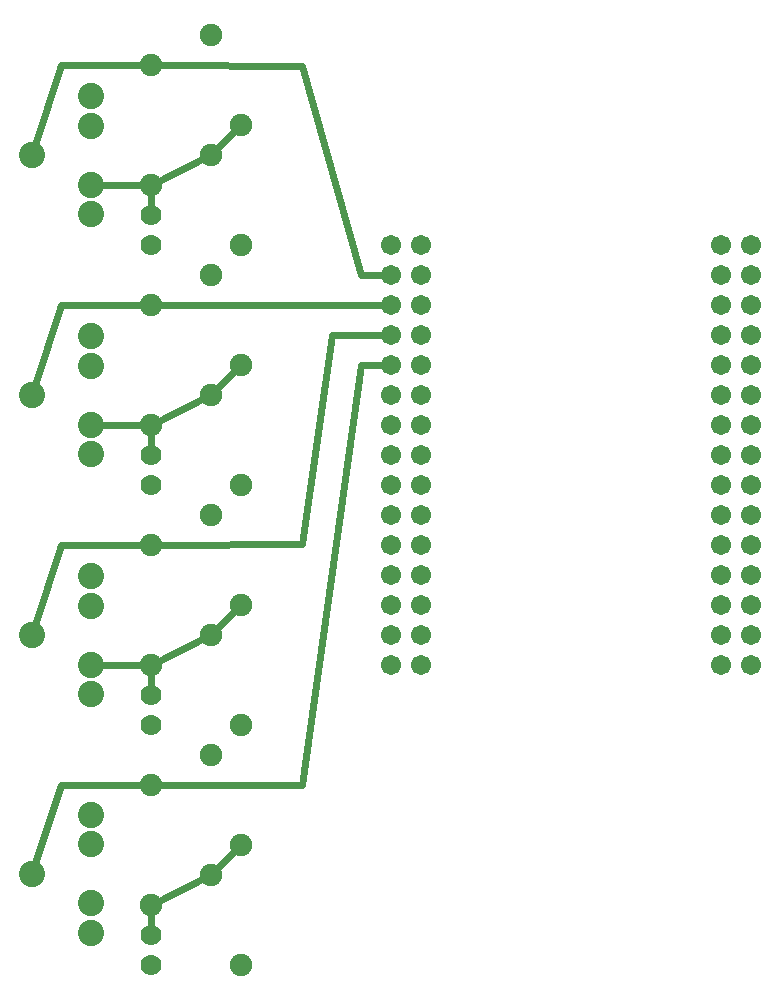
<source format=gbl>
G04 MADE WITH FRITZING*
G04 WWW.FRITZING.ORG*
G04 DOUBLE SIDED*
G04 HOLES PLATED*
G04 CONTOUR ON CENTER OF CONTOUR VECTOR*
%ASAXBY*%
%FSLAX23Y23*%
%MOIN*%
%OFA0B0*%
%SFA1.0B1.0*%
%ADD10C,0.087695*%
%ADD11C,0.087722*%
%ADD12C,0.070000*%
%ADD13C,0.075000*%
%ADD14C,0.067559*%
%ADD15C,0.024000*%
%LNCOPPER0*%
G90*
G70*
G54D10*
X337Y2014D03*
G54D11*
X534Y2211D03*
X534Y2112D03*
G54D10*
X534Y1915D03*
G54D11*
X534Y1817D03*
G54D10*
X337Y1214D03*
G54D11*
X534Y1411D03*
X534Y1312D03*
G54D10*
X534Y1115D03*
G54D11*
X534Y1017D03*
G54D10*
X337Y2814D03*
G54D11*
X534Y3011D03*
X534Y2912D03*
G54D10*
X534Y2715D03*
G54D11*
X534Y2617D03*
G54D12*
X734Y1715D03*
X734Y1815D03*
X734Y915D03*
X734Y1015D03*
X734Y2515D03*
X734Y2615D03*
G54D13*
X734Y2315D03*
X734Y1915D03*
X734Y1515D03*
X734Y1115D03*
X734Y3115D03*
X734Y2715D03*
X934Y2415D03*
X934Y2015D03*
X934Y1615D03*
X934Y1215D03*
X934Y3215D03*
X934Y2815D03*
X1034Y1715D03*
X1034Y2115D03*
X1034Y915D03*
X1034Y1315D03*
X1034Y2515D03*
X1034Y2915D03*
G54D14*
X2634Y2515D03*
X2634Y2415D03*
X2634Y2315D03*
X2634Y2215D03*
X2634Y2115D03*
X2634Y2015D03*
X2634Y1915D03*
X2634Y1815D03*
X2634Y1715D03*
X2634Y1615D03*
X2634Y1515D03*
X2634Y1415D03*
X2634Y1315D03*
X2634Y1215D03*
X2634Y1115D03*
X1634Y2515D03*
X1634Y2415D03*
X1634Y2315D03*
X1634Y2215D03*
X1634Y2115D03*
X1634Y2015D03*
X1634Y1915D03*
X1634Y1815D03*
X1634Y1715D03*
X1634Y1615D03*
X1634Y1515D03*
X1634Y1415D03*
X1634Y1315D03*
X1634Y1215D03*
X1634Y1115D03*
X2734Y2515D03*
X2734Y2415D03*
X2734Y2315D03*
X2734Y2215D03*
X2734Y2115D03*
X2734Y2015D03*
X2734Y1915D03*
X2734Y1815D03*
X2734Y1715D03*
X2734Y1615D03*
X2734Y1515D03*
X2734Y1415D03*
X2734Y1315D03*
X2734Y1215D03*
X2734Y1115D03*
X1534Y2515D03*
X1534Y2415D03*
X1534Y2315D03*
X1534Y2215D03*
X1534Y2115D03*
X1534Y2015D03*
X1534Y1915D03*
X1534Y1815D03*
X1534Y1715D03*
X1534Y1615D03*
X1534Y1515D03*
X1534Y1415D03*
X1534Y1315D03*
X1534Y1215D03*
X1534Y1115D03*
G54D10*
X337Y419D03*
G54D11*
X534Y615D03*
X534Y517D03*
G54D10*
X534Y320D03*
G54D11*
X534Y222D03*
G54D13*
X734Y715D03*
X734Y315D03*
G54D12*
X734Y115D03*
X734Y215D03*
G54D13*
X934Y815D03*
X934Y415D03*
X1034Y115D03*
X1034Y515D03*
G54D15*
X1520Y2315D02*
X751Y2315D01*
D02*
X1337Y2216D02*
X1237Y1519D01*
D02*
X1237Y1519D02*
X751Y1515D01*
D02*
X1520Y2215D02*
X1337Y2216D01*
D02*
X1536Y2116D02*
X1546Y2121D01*
D02*
X1436Y2116D02*
X1536Y2116D01*
D02*
X1237Y715D02*
X1436Y2116D01*
D02*
X751Y715D02*
X1237Y715D01*
D02*
X1436Y2415D02*
X1237Y3112D01*
D02*
X1237Y3112D02*
X751Y3115D01*
D02*
X1520Y2415D02*
X1436Y2415D01*
D02*
X716Y2715D02*
X560Y2715D01*
D02*
X918Y2808D02*
X749Y2723D01*
D02*
X946Y428D02*
X1021Y503D01*
D02*
X946Y1228D02*
X1021Y1303D01*
D02*
X946Y2028D02*
X1021Y2103D01*
D02*
X946Y2828D02*
X1021Y2903D01*
D02*
X716Y1915D02*
X560Y1915D01*
D02*
X734Y1898D02*
X734Y1830D01*
D02*
X918Y2008D02*
X749Y1923D01*
D02*
X734Y2698D02*
X734Y2630D01*
D02*
X345Y2839D02*
X434Y3115D01*
D02*
X434Y3115D02*
X716Y3115D01*
D02*
X434Y2316D02*
X345Y2039D01*
D02*
X716Y2315D02*
X434Y2316D01*
D02*
X434Y1515D02*
X345Y1239D01*
D02*
X716Y1515D02*
X434Y1515D01*
D02*
X716Y1115D02*
X560Y1115D01*
D02*
X734Y1030D02*
X734Y1098D01*
D02*
X918Y1208D02*
X749Y1123D01*
D02*
X716Y715D02*
X434Y715D01*
D02*
X434Y715D02*
X345Y444D01*
D02*
X734Y298D02*
X734Y230D01*
D02*
X749Y323D02*
X918Y408D01*
G04 End of Copper0*
M02*
</source>
